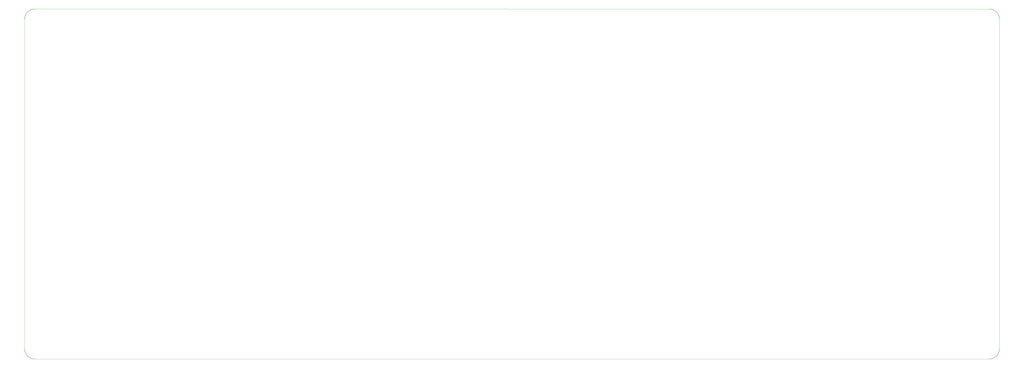
<source format=gbr>
%TF.GenerationSoftware,KiCad,Pcbnew,7.0.8*%
%TF.CreationDate,2023-11-16T11:59:51+01:00*%
%TF.ProjectId,main-board-rev1,6d61696e-2d62-46f6-9172-642d72657631,rev?*%
%TF.SameCoordinates,Original*%
%TF.FileFunction,Profile,NP*%
%FSLAX46Y46*%
G04 Gerber Fmt 4.6, Leading zero omitted, Abs format (unit mm)*
G04 Created by KiCad (PCBNEW 7.0.8) date 2023-11-16 11:59:51*
%MOMM*%
%LPD*%
G01*
G04 APERTURE LIST*
%TA.AperFunction,Profile*%
%ADD10C,0.200000*%
%TD*%
%TA.AperFunction,Profile*%
%ADD11C,0.100000*%
%TD*%
G04 APERTURE END LIST*
D10*
X90738209Y-638696841D02*
G75*
G03*
X85737902Y-643718471I19691J-5019959D01*
G01*
D11*
X85722837Y-806187162D02*
X85737902Y-643718471D01*
D10*
X85722870Y-806187162D02*
G75*
G03*
X90744464Y-811187469I5019930J19662D01*
G01*
X560713155Y-811202524D02*
G75*
G03*
X565713462Y-806180907I-19655J5019924D01*
G01*
X565728552Y-643712216D02*
G75*
G03*
X560706900Y-638711909I-5019952J-19684D01*
G01*
D11*
X90738209Y-638696844D02*
X560706900Y-638711909D01*
X565728527Y-643712216D02*
X565713462Y-806180907D01*
X560713155Y-811202534D02*
X90744464Y-811187469D01*
M02*

</source>
